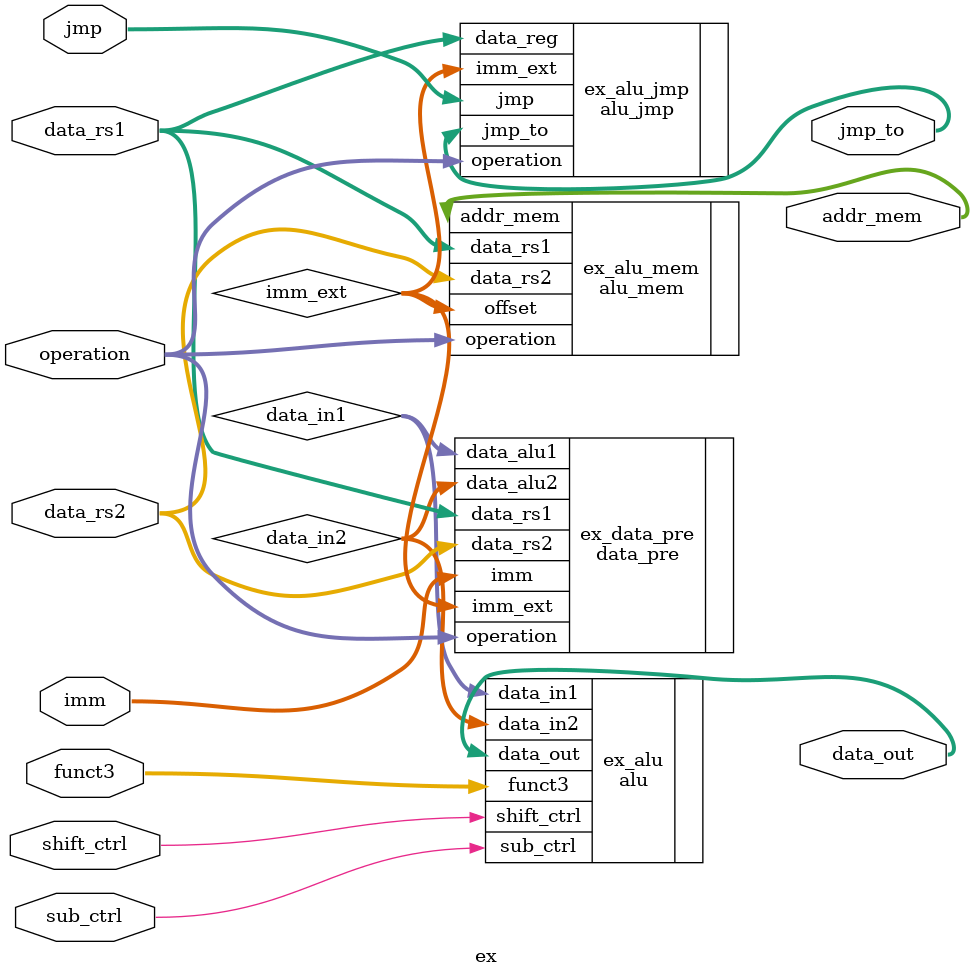
<source format=v>

module ex(
	
	input	[6:0]		operation	,
	input 	[31:0]		data_rs1	,
	input 	[31:0]		data_rs2	,
	input 	[31:0]		jmp			,

	input	[11:0]		imm			,

	input	[2:0]		funct3		,
	input				shift_ctrl	,
	input				sub_ctrl	,

	output  [31:0]		data_out	,
	output  [31:0]		addr_mem	,
	output  [31:0]		jmp_to

);

	wire [31:0] data_in1;
	wire [31:0] data_in2;
	wire [31:0] imm_ext;

	alu ex_alu(

		.data_in1	(data_in1),
		.data_in2	(data_in2),

		.funct3		(funct3),
		.shift_ctrl	(shift_ctrl),
		.sub_ctrl	(sub_ctrl),

		.data_out(data_out)
	);
	
	data_pre ex_data_pre(

		.operation	(operation),
		.data_rs1	(data_rs1),
		.data_rs2	(data_rs2),
		.imm		(imm),

		.data_alu1	(data_in1),
		.data_alu2	(data_in2),
		.imm_ext	(imm_ext)

	);

	alu_jmp ex_alu_jmp(

		.operation	(operation),
		.data_reg	(data_rs1),
		.jmp 		(jmp),

		.imm_ext	(imm_ext),


		.jmp_to 	(jmp_to)

	);

	alu_mem ex_alu_mem(
	
		.operation	(operation),
		.data_rs1	(data_rs1),
		.data_rs2	(data_rs2),
		.offset		(imm_ext),

		.addr_mem	(addr_mem)

	);

endmodule
</source>
